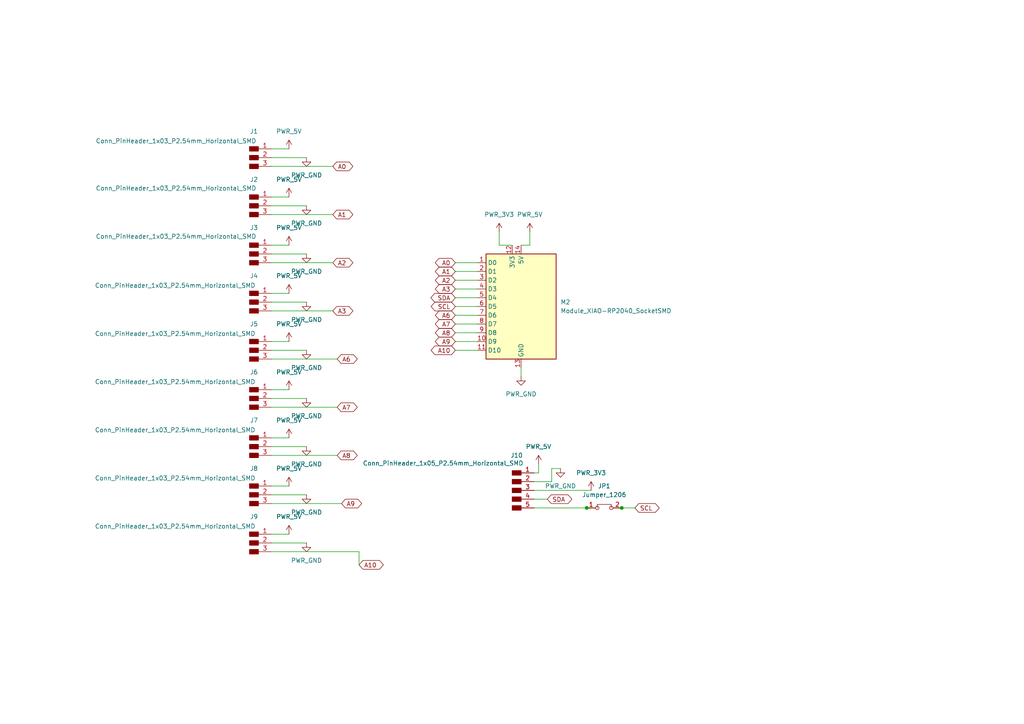
<source format=kicad_sch>
(kicad_sch (version 20231120) (generator "eeschema") (generator_version "8.0")
  (paper "A4")
  (lib_symbols
    (symbol "fab:Conn_PinHeader_1x03_P2.54mm_Horizontal_SMD" (pin_names hide)
      (property "Reference" "J" (at 0 5.08 0))
      (property "Value" "Conn_PinHeader_1x03_P2.54mm_Horizontal_SMD" (at 0 -5.08 0))
      (symbol "Conn_PinHeader_1x03_P2.54mm_Horizontal_SMD_1_1"
        (rectangle (start -1.27 -1.905) (end 1.27 -3.175) (stroke (width 0.254)) (fill (type outline)))
        (rectangle (start -1.27 0.635) (end 1.27 -0.635) (stroke (width 0.254)) (fill (type outline)))
        (rectangle (start -1.27 3.175) (end 1.27 1.905) (stroke (width 0.254)) (fill (type outline)))
        (pin passive line (at 5.08 2.54 180) (length 3.81) (name "Pin_1") (number "1"))
        (pin passive line (at 5.08 0 180) (length 3.81) (name "Pin_2") (number "2"))
        (pin passive line (at 5.08 -2.54 180) (length 3.81) (name "Pin_3") (number "3"))
      )
    )
    (symbol "fab:Conn_PinHeader_1x05_P2.54mm_Horizontal_SMD" (pin_names hide)
      (property "Reference" "J" (at 0 7.62 0))
      (property "Value" "Conn_PinHeader_1x05_P2.54mm_Horizontal_SMD" (at 0 -7.62 0))
      (symbol "Conn_PinHeader_1x05_P2.54mm_Horizontal_SMD_1_1"
        (rectangle (start -1.27 -4.445) (end 1.27 -5.715) (stroke (width 0.254)) (fill (type outline)))
        (rectangle (start -1.27 -1.905) (end 1.27 -3.175) (stroke (width 0.254)) (fill (type outline)))
        (rectangle (start -1.27 0.635) (end 1.27 -0.635) (stroke (width 0.254)) (fill (type outline)))
        (rectangle (start -1.27 3.175) (end 1.27 1.905) (stroke (width 0.254)) (fill (type outline)))
        (rectangle (start -1.27 5.715) (end 1.27 4.445) (stroke (width 0.254)) (fill (type outline)))
        (pin passive line (at 5.08 5.08 180) (length 3.81) (name "Pin_1") (number "1"))
        (pin passive line (at 5.08 2.54 180) (length 3.81) (name "Pin_2") (number "2"))
        (pin passive line (at 5.08 0 180) (length 3.81) (name "Pin_3") (number "3"))
        (pin passive line (at 5.08 -2.54 180) (length 3.81) (name "Pin_4") (number "4"))
        (pin passive line (at 5.08 -5.08 180) (length 3.81) (name "Pin_5") (number "5"))
      )
    )
    (symbol "fab:Jumper_1206" (pin_names (offset 0) hide)
      (property "Reference" "JP" (at 0 1.905 0))
      (property "Value" "Jumper_1206" (at 0 -2.54 0))
      (symbol "Jumper_1206_0_0"
        (circle (center -2.032 0) (radius 0.508))
        (circle (center 2.032 0) (radius 0.508))
      )
      (symbol "Jumper_1206_0_1"
        (polyline (pts (xy -2.032 0) (xy -2.032 1.016) (xy 2.032 1.016) (xy 2.032 0)))
      )
      (symbol "Jumper_1206_1_1"
        (pin passive line (at -5.08 0 0) (length 2.54) (name "A") (number "1"))
        (pin passive line (at 5.08 0 180) (length 2.54) (name "B") (number "2"))
      )
    )
    (symbol "fab:Module_XIAO-RP2040_SocketSMD"
      (property "Reference" "M" (at -10.16 16.51 0))
      (property "Value" "Module_XIAO-RP2040_SocketSMD" (at 1.27 16.51 0))
      (symbol "Module_XIAO-RP2040_SocketSMD_1_1"
        (rectangle (start -10.16 15.24) (end 10.16 -15.24) (stroke (width 0.254)) (fill (type background)))
        (pin bidirectional line (at -12.7 12.7 0) (length 2.54) (name "D0") (number "1"))
        (pin bidirectional line (at -12.7 -10.16 0) (length 2.54) (name "D9") (number "10"))
        (pin bidirectional line (at -12.7 -12.7 0) (length 2.54) (name "D10") (number "11"))
        (pin power_in line (at -2.54 17.78 270) (length 2.54) (name "3V3") (number "12"))
        (pin power_in line (at 0 -17.78 90) (length 2.54) (name "GND") (number "13"))
        (pin power_in line (at 0 17.78 270) (length 2.54) (name "5V") (number "14"))
        (pin bidirectional line (at -12.7 10.16 0) (length 2.54) (name "D1") (number "2"))
        (pin bidirectional line (at -12.7 7.62 0) (length 2.54) (name "D2") (number "3"))
        (pin bidirectional line (at -12.7 5.08 0) (length 2.54) (name "D3") (number "4"))
        (pin bidirectional line (at -12.7 2.54 0) (length 2.54) (name "D4") (number "5"))
        (pin bidirectional line (at -12.7 0 0) (length 2.54) (name "D5") (number "6"))
        (pin bidirectional line (at -12.7 -2.54 0) (length 2.54) (name "D6") (number "7"))
        (pin bidirectional line (at -12.7 -5.08 0) (length 2.54) (name "D7") (number "8"))
        (pin bidirectional line (at -12.7 -7.62 0) (length 2.54) (name "D8") (number "9"))
      )
    )
    (symbol "fab:PWR_3V3" (power) (pin_names (offset 0))
      (property "Value" "PWR_3V3" (at 0 3.556 0))
      (symbol "PWR_3V3_0_1"
        (polyline (pts (xy -0.762 1.27) (xy 0 2.54)))
        (polyline (pts (xy 0 0) (xy 0 2.54)))
        (polyline (pts (xy 0 2.54) (xy 0.762 1.27)))
      )
      (symbol "PWR_3V3_1_1"
        (pin power_in line (at 0 0 90) (length 0) hide (name "PWR_3V3") (number "1"))
      )
    )
    (symbol "fab:PWR_5V" (power) (pin_names (offset 0))
      (property "Value" "PWR_5V" (at 0 3.556 0))
      (symbol "PWR_5V_0_1"
        (polyline (pts (xy -0.762 1.27) (xy 0 2.54)))
        (polyline (pts (xy 0 0) (xy 0 2.54)))
        (polyline (pts (xy 0 2.54) (xy 0.762 1.27)))
      )
      (symbol "PWR_5V_1_1"
        (pin power_in line (at 0 0 90) (length 0) hide (name "PWR_5V") (number "1"))
      )
    )
    (symbol "fab:PWR_GND" (power) (pin_names (offset 0))
      (property "Value" "PWR_GND" (at 0 -3.81 0))
      (symbol "PWR_GND_0_1"
        (polyline (pts (xy 0 0) (xy 0 -1.27) (xy 1.27 -1.27) (xy 0 -2.54) (xy -1.27 -1.27) (xy 0 -1.27)))
      )
      (symbol "PWR_GND_1_1"
        (pin power_in line (at 0 0 270) (length 0) hide (name "PWR_GND") (number "1"))
      )
    )
  )
  (junction (at 180.34 147.32))
  (junction (at 170.18 147.32))
  (wire (pts (xy 144.78 67.31) (xy 144.78 71.12)))
  (wire (pts (xy 179.07 147.32) (xy 180.34 147.32)))
  (wire (pts (xy 96.52 48.26) (xy 78.74 48.26)))
  (wire (pts (xy 78.74 62.23) (xy 96.52 62.23)))
  (wire (pts (xy 153.67 67.31) (xy 153.67 71.12)))
  (wire (pts (xy 78.74 90.17) (xy 96.52 90.17)))
  (wire (pts (xy 132.08 99.06) (xy 138.43 99.06)))
  (wire (pts (xy 78.74 101.6) (xy 88.9 101.6)))
  (wire (pts (xy 78.74 154.94) (xy 83.82 154.94)))
  (wire (pts (xy 78.74 57.15) (xy 83.82 57.15)))
  (wire (pts (xy 151.13 106.68) (xy 151.13 109.22)))
  (wire (pts (xy 78.74 113.03) (xy 83.82 113.03)))
  (wire (pts (xy 132.08 88.9) (xy 138.43 88.9)))
  (wire (pts (xy 78.74 85.09) (xy 83.82 85.09)))
  (wire (pts (xy 151.13 71.12) (xy 153.67 71.12)))
  (wire (pts (xy 78.74 160.02) (xy 104.14 160.02)))
  (wire (pts (xy 78.74 45.72) (xy 88.9 45.72)))
  (wire (pts (xy 132.08 76.2) (xy 138.43 76.2)))
  (wire (pts (xy 144.78 71.12) (xy 148.59 71.12)))
  (wire (pts (xy 78.74 99.06) (xy 83.82 99.06)))
  (wire (pts (xy 78.74 115.57) (xy 88.9 115.57)))
  (wire (pts (xy 132.08 83.82) (xy 138.43 83.82)))
  (wire (pts (xy 132.08 78.74) (xy 138.43 78.74)))
  (wire (pts (xy 78.74 76.2) (xy 96.52 76.2)))
  (wire (pts (xy 154.94 147.32) (xy 170.18 147.32)))
  (wire (pts (xy 156.21 134.62) (xy 156.21 137.16)))
  (wire (pts (xy 78.74 104.14) (xy 97.79 104.14)))
  (wire (pts (xy 78.74 73.66) (xy 88.9 73.66)))
  (wire (pts (xy 132.08 101.6) (xy 138.43 101.6)))
  (wire (pts (xy 78.74 59.69) (xy 88.9 59.69)))
  (wire (pts (xy 78.74 43.18) (xy 83.82 43.18)))
  (wire (pts (xy 78.74 118.11) (xy 97.79 118.11)))
  (wire (pts (xy 180.34 147.32) (xy 184.15 147.32)))
  (wire (pts (xy 154.94 142.24) (xy 171.45 142.24)))
  (wire (pts (xy 78.74 157.48) (xy 88.9 157.48)))
  (wire (pts (xy 132.08 93.98) (xy 138.43 93.98)))
  (wire (pts (xy 78.74 132.08) (xy 97.79 132.08)))
  (wire (pts (xy 160.02 135.89) (xy 162.56 135.89)))
  (wire (pts (xy 78.74 140.97) (xy 83.82 140.97)))
  (wire (pts (xy 78.74 127) (xy 83.82 127)))
  (wire (pts (xy 132.08 96.52) (xy 138.43 96.52)))
  (wire (pts (xy 154.94 139.7) (xy 160.02 139.7)))
  (wire (pts (xy 104.14 160.02) (xy 104.14 163.83)))
  (wire (pts (xy 132.08 81.28) (xy 138.43 81.28)))
  (wire (pts (xy 132.08 86.36) (xy 138.43 86.36)))
  (wire (pts (xy 78.74 87.63) (xy 88.9 87.63)))
  (wire (pts (xy 170.18 147.32) (xy 171.45 147.32)))
  (wire (pts (xy 78.74 143.51) (xy 88.9 143.51)))
  (wire (pts (xy 78.74 71.12) (xy 83.82 71.12)))
  (wire (pts (xy 160.02 139.7) (xy 160.02 135.89)))
  (wire (pts (xy 154.94 144.78) (xy 158.75 144.78)))
  (wire (pts (xy 78.74 146.05) (xy 99.06 146.05)))
  (wire (pts (xy 132.08 91.44) (xy 138.43 91.44)))
  (wire (pts (xy 156.21 137.16) (xy 154.94 137.16)))
  (wire (pts (xy 78.74 129.54) (xy 88.9 129.54)))
  (global_label "A10" (shape bidirectional) (at 104.14 163.83 0) (property "Intersheetrefs" "${INTERSHEET_REFS}" (effects (hide yes))))
  (global_label "A1" (shape bidirectional) (at 96.52 62.23 0) (property "Intersheetrefs" "${INTERSHEET_REFS}" (effects (hide yes))))
  (global_label "A8" (shape bidirectional) (at 97.79 132.08 0) (property "Intersheetrefs" "${INTERSHEET_REFS}" (effects (hide yes))))
  (global_label "A8" (shape bidirectional) (at 132.08 96.52 180) (property "Intersheetrefs" "${INTERSHEET_REFS}" (effects (hide yes))))
  (global_label "A7" (shape bidirectional) (at 97.79 118.11 0) (property "Intersheetrefs" "${INTERSHEET_REFS}" (effects (hide yes))))
  (global_label "A10" (shape bidirectional) (at 132.08 101.6 180) (property "Intersheetrefs" "${INTERSHEET_REFS}" (effects (hide yes))))
  (global_label "A7" (shape bidirectional) (at 132.08 93.98 180) (property "Intersheetrefs" "${INTERSHEET_REFS}" (effects (hide yes))))
  (global_label "A9" (shape bidirectional) (at 132.08 99.06 180) (property "Intersheetrefs" "${INTERSHEET_REFS}" (effects (hide yes))))
  (global_label "SCL" (shape bidirectional) (at 184.15 147.32 0) (property "Intersheetrefs" "${INTERSHEET_REFS}" (effects (hide yes))))
  (global_label "A1" (shape bidirectional) (at 132.08 78.74 180) (property "Intersheetrefs" "${INTERSHEET_REFS}" (effects (hide yes))))
  (global_label "A3" (shape bidirectional) (at 96.52 90.17 0) (property "Intersheetrefs" "${INTERSHEET_REFS}" (effects (hide yes))))
  (global_label "A0" (shape bidirectional) (at 96.52 48.26 0) (property "Intersheetrefs" "${INTERSHEET_REFS}" (effects (hide yes))))
  (global_label "A2" (shape bidirectional) (at 132.08 81.28 180) (property "Intersheetrefs" "${INTERSHEET_REFS}" (effects (hide yes))))
  (global_label "A9" (shape bidirectional) (at 99.06 146.05 0) (property "Intersheetrefs" "${INTERSHEET_REFS}" (effects (hide yes))))
  (global_label "A6" (shape bidirectional) (at 132.08 91.44 180) (property "Intersheetrefs" "${INTERSHEET_REFS}" (effects (hide yes))))
  (global_label "A3" (shape bidirectional) (at 132.08 83.82 180) (property "Intersheetrefs" "${INTERSHEET_REFS}" (effects (hide yes))))
  (global_label "SDA" (shape bidirectional) (at 132.08 86.36 180) (property "Intersheetrefs" "${INTERSHEET_REFS}" (effects (hide yes))))
  (global_label "A6" (shape bidirectional) (at 97.79 104.14 0) (property "Intersheetrefs" "${INTERSHEET_REFS}" (effects (hide yes))))
  (global_label "SCL" (shape bidirectional) (at 132.08 88.9 180) (property "Intersheetrefs" "${INTERSHEET_REFS}" (effects (hide yes))))
  (global_label "A0" (shape bidirectional) (at 132.08 76.2 180) (property "Intersheetrefs" "${INTERSHEET_REFS}" (effects (hide yes))))
  (global_label "A2" (shape bidirectional) (at 96.52 76.2 0) (property "Intersheetrefs" "${INTERSHEET_REFS}" (effects (hide yes))))
  (global_label "SDA" (shape bidirectional) (at 158.75 144.78 0) (property "Intersheetrefs" "${INTERSHEET_REFS}" (effects (hide yes))))
  (symbol (lib_id "fab:PWR_5V") (at 83.82 57.15 0) (unit 1)
    (property "Reference" "#PWR05" (effects (hide yes)))
    (property "Value" "PWR_5V" (at 83.82 52.07 0))
    (property "Description" "Power symbol creates a global label with name \"+5V\"" (effects (hide yes)))
  )
  (symbol (lib_id "fab:PWR_GND") (at 151.13 109.22 0) (unit 1)
    (property "Reference" "#PWR01" (effects (hide yes)))
    (property "Value" "PWR_GND" (at 151.13 114.3 0))
    (property "Description" "Power symbol creates a global label with name \"GND\" , ground" (effects (hide yes)))
  )
  (symbol (lib_id "fab:PWR_GND") (at 88.9 101.6 0) (unit 1)
    (property "Reference" "#PWR019" (effects (hide yes)))
    (property "Value" "PWR_GND" (at 88.9 106.68 0))
    (property "Description" "Power symbol creates a global label with name \"GND\" , ground" (effects (hide yes)))
  )
  (symbol (lib_id "fab:Conn_PinHeader_1x03_P2.54mm_Horizontal_SMD") (at 73.66 129.54 0) (unit 1)
    (property "Reference" "J7" (at 73.66 121.92 0))
    (property "Value" "Conn_PinHeader_1x03_P2.54mm_Horizontal_SMD" (at 50.8 124.714 0))
    (property "Footprint" "fab:PinHeader_1x03_P2.54mm_Horizontal_SMD" (effects (hide yes)))
    (property "Description" "Male connector, single row" (effects (hide yes)))
  )
  (symbol (lib_id "fab:PWR_GND") (at 88.9 87.63 0) (unit 1)
    (property "Reference" "#PWR021" (effects (hide yes)))
    (property "Value" "PWR_GND" (at 88.9 92.71 0))
    (property "Description" "Power symbol creates a global label with name \"GND\" , ground" (effects (hide yes)))
  )
  (symbol (lib_id "fab:Conn_PinHeader_1x03_P2.54mm_Horizontal_SMD") (at 73.66 157.48 0) (unit 1)
    (property "Reference" "J9" (at 73.66 149.86 0))
    (property "Value" "Conn_PinHeader_1x03_P2.54mm_Horizontal_SMD" (at 50.8 152.654 0))
    (property "Footprint" "fab:PinHeader_1x03_P2.54mm_Horizontal_SMD" (effects (hide yes)))
    (property "Description" "Male connector, single row" (effects (hide yes)))
  )
  (symbol (lib_id "fab:PWR_GND") (at 88.9 59.69 0) (unit 1)
    (property "Reference" "#PWR023" (effects (hide yes)))
    (property "Value" "PWR_GND" (at 88.9 64.77 0))
    (property "Description" "Power symbol creates a global label with name \"GND\" , ground" (effects (hide yes)))
  )
  (symbol (lib_id "fab:PWR_5V") (at 83.82 99.06 0) (unit 1)
    (property "Reference" "#PWR08" (effects (hide yes)))
    (property "Value" "PWR_5V" (at 83.82 93.98 0))
    (property "Description" "Power symbol creates a global label with name \"+5V\"" (effects (hide yes)))
  )
  (symbol (lib_id "fab:PWR_5V") (at 83.82 85.09 0) (unit 1)
    (property "Reference" "#PWR07" (effects (hide yes)))
    (property "Value" "PWR_5V" (at 83.82 80.01 0))
    (property "Description" "Power symbol creates a global label with name \"+5V\"" (effects (hide yes)))
  )
  (symbol (lib_id "fab:Conn_PinHeader_1x05_P2.54mm_Horizontal_SMD") (at 149.86 142.24 0) (unit 1)
    (property "Reference" "J10" (at 149.86 132.08 0))
    (property "Value" "Conn_PinHeader_1x05_P2.54mm_Horizontal_SMD" (at 128.524 134.366 0))
    (property "Footprint" "fab:PinHeader_1x05_P2.54mm_Horizontal_SMD" (effects (hide yes)))
    (property "Description" "Male connector, single row" (effects (hide yes)))
  )
  (symbol (lib_id "fab:Conn_PinHeader_1x03_P2.54mm_Horizontal_SMD") (at 73.66 115.57 0) (unit 1)
    (property "Reference" "J6" (at 73.66 107.95 0))
    (property "Value" "Conn_PinHeader_1x03_P2.54mm_Horizontal_SMD" (at 50.8 110.744 0))
    (property "Footprint" "fab:PinHeader_1x03_P2.54mm_Horizontal_SMD" (effects (hide yes)))
    (property "Description" "Male connector, single row" (effects (hide yes)))
  )
  (symbol (lib_id "fab:Module_XIAO-RP2040_SocketSMD") (at 151.13 88.9 0) (unit 1)
    (property "Reference" "M2" (at 162.56 87.6299 0) (effects (justify left)))
    (property "Value" "Module_XIAO-RP2040_SocketSMD" (at 162.56 90.1699 0) (effects (justify left)))
    (property "Footprint" "fab:SeeedStudio_XIAO_SocketSMD" (effects (hide yes)))
    (property "Datasheet" "https://wiki.seeedstudio.com/XIAO-RP2040/" (effects (hide yes)))
    (property "Description" "RP2040 XIAO RP2040 - ARM® Cortex®-M0+ MCU 32-Bit Embedded Evaluation Board SMD Socket (Female Header)" (effects (hide yes)))
  )
  (symbol (lib_id "fab:PWR_3V3") (at 171.45 142.24 0) (unit 1)
    (property "Reference" "#PWR015" (effects (hide yes)))
    (property "Value" "PWR_3V3" (at 171.45 137.16 0))
    (property "Description" "Power symbol creates a global label with name \"+3V3\"" (effects (hide yes)))
  )
  (symbol (lib_id "fab:PWR_GND") (at 88.9 73.66 0) (unit 1)
    (property "Reference" "#PWR022" (effects (hide yes)))
    (property "Value" "PWR_GND" (at 88.9 78.74 0))
    (property "Description" "Power symbol creates a global label with name \"GND\" , ground" (effects (hide yes)))
  )
  (symbol (lib_id "fab:Jumper_1206") (at 175.26 147.32 0) (unit 1)
    (property "Reference" "JP1" (at 175.26 140.97 0))
    (property "Value" "Jumper_1206" (at 175.26 143.51 0))
    (property "Footprint" "fab:Jumper_1206" (effects (hide yes)))
    (property "Description" "Jumper based on 0 Ohm 1206 resistor" (effects (hide yes)))
  )
  (symbol (lib_id "fab:Conn_PinHeader_1x03_P2.54mm_Horizontal_SMD") (at 73.66 101.6 0) (unit 1)
    (property "Reference" "J5" (at 73.66 93.98 0))
    (property "Value" "Conn_PinHeader_1x03_P2.54mm_Horizontal_SMD" (at 50.8 96.774 0))
    (property "Footprint" "fab:PinHeader_1x03_P2.54mm_Horizontal_SMD" (effects (hide yes)))
    (property "Description" "Male connector, single row" (effects (hide yes)))
  )
  (symbol (lib_id "fab:PWR_GND") (at 162.56 135.89 0) (unit 1)
    (property "Reference" "#PWR016" (effects (hide yes)))
    (property "Value" "PWR_GND" (at 162.56 140.97 0))
    (property "Description" "Power symbol creates a global label with name \"GND\" , ground" (effects (hide yes)))
  )
  (symbol (lib_id "fab:Conn_PinHeader_1x03_P2.54mm_Horizontal_SMD") (at 73.66 73.66 0) (unit 1)
    (property "Reference" "J3" (at 73.66 66.04 0))
    (property "Value" "Conn_PinHeader_1x03_P2.54mm_Horizontal_SMD" (at 51.054 68.58 0))
    (property "Footprint" "fab:PinHeader_1x03_P2.54mm_Horizontal_SMD" (effects (hide yes)))
    (property "Description" "Male connector, single row" (effects (hide yes)))
  )
  (symbol (lib_id "fab:PWR_5V") (at 156.21 134.62 0) (unit 1)
    (property "Reference" "#PWR014" (effects (hide yes)))
    (property "Value" "PWR_5V" (at 156.21 129.54 0))
    (property "Description" "Power symbol creates a global label with name \"+5V\"" (effects (hide yes)))
  )
  (symbol (lib_id "fab:PWR_GND") (at 88.9 143.51 0) (unit 1)
    (property "Reference" "#PWR011" (effects (hide yes)))
    (property "Value" "PWR_GND" (at 88.9 148.59 0))
    (property "Description" "Power symbol creates a global label with name \"GND\" , ground" (effects (hide yes)))
  )
  (symbol (lib_id "fab:PWR_5V") (at 153.67 67.31 0) (unit 1)
    (property "Reference" "#PWR02" (effects (hide yes)))
    (property "Value" "PWR_5V" (at 153.67 62.23 0))
    (property "Description" "Power symbol creates a global label with name \"+5V\"" (effects (hide yes)))
  )
  (symbol (lib_id "fab:PWR_5V") (at 83.82 154.94 0) (unit 1)
    (property "Reference" "#PWR013" (effects (hide yes)))
    (property "Value" "PWR_5V" (at 83.82 149.86 0))
    (property "Description" "Power symbol creates a global label with name \"+5V\"" (effects (hide yes)))
  )
  (symbol (lib_id "fab:PWR_5V") (at 83.82 113.03 0) (unit 1)
    (property "Reference" "#PWR09" (effects (hide yes)))
    (property "Value" "PWR_5V" (at 83.82 107.95 0))
    (property "Description" "Power symbol creates a global label with name \"+5V\"" (effects (hide yes)))
  )
  (symbol (lib_id "fab:PWR_5V") (at 83.82 43.18 0) (unit 1)
    (property "Reference" "#PWR04" (effects (hide yes)))
    (property "Value" "PWR_5V" (at 83.82 38.1 0))
    (property "Description" "Power symbol creates a global label with name \"+5V\"" (effects (hide yes)))
  )
  (symbol (lib_id "fab:PWR_GND") (at 88.9 115.57 0) (unit 1)
    (property "Reference" "#PWR018" (effects (hide yes)))
    (property "Value" "PWR_GND" (at 88.9 120.65 0))
    (property "Description" "Power symbol creates a global label with name \"GND\" , ground" (effects (hide yes)))
  )
  (symbol (lib_id "fab:Conn_PinHeader_1x03_P2.54mm_Horizontal_SMD") (at 73.66 45.72 0) (unit 1)
    (property "Reference" "J1" (at 73.66 38.1 0))
    (property "Value" "Conn_PinHeader_1x03_P2.54mm_Horizontal_SMD" (at 51.054 40.894 0))
    (property "Footprint" "fab:PinHeader_1x03_P2.54mm_Horizontal_SMD" (effects (hide yes)))
    (property "Description" "Male connector, single row" (effects (hide yes)))
  )
  (symbol (lib_id "fab:Conn_PinHeader_1x03_P2.54mm_Horizontal_SMD") (at 73.66 59.69 0) (unit 1)
    (property "Reference" "J2" (at 73.66 52.07 0))
    (property "Value" "Conn_PinHeader_1x03_P2.54mm_Horizontal_SMD" (at 51.054 54.61 0))
    (property "Footprint" "fab:PinHeader_1x03_P2.54mm_Horizontal_SMD" (effects (hide yes)))
    (property "Description" "Male connector, single row" (effects (hide yes)))
  )
  (symbol (lib_id "fab:PWR_GND") (at 88.9 157.48 0) (unit 1)
    (property "Reference" "#PWR017" (effects (hide yes)))
    (property "Value" "PWR_GND" (at 88.9 162.56 0))
    (property "Description" "Power symbol creates a global label with name \"GND\" , ground" (effects (hide yes)))
  )
  (symbol (lib_id "fab:PWR_GND") (at 88.9 45.72 0) (unit 1)
    (property "Reference" "#PWR024" (effects (hide yes)))
    (property "Value" "PWR_GND" (at 88.9 50.8 0))
    (property "Description" "Power symbol creates a global label with name \"GND\" , ground" (effects (hide yes)))
  )
  (symbol (lib_id "fab:PWR_GND") (at 88.9 129.54 0) (unit 1)
    (property "Reference" "#PWR020" (effects (hide yes)))
    (property "Value" "PWR_GND" (at 88.9 134.62 0))
    (property "Description" "Power symbol creates a global label with name \"GND\" , ground" (effects (hide yes)))
  )
  (symbol (lib_id "fab:PWR_5V") (at 83.82 140.97 0) (unit 1)
    (property "Reference" "#PWR012" (effects (hide yes)))
    (property "Value" "PWR_5V" (at 83.82 135.89 0))
    (property "Description" "Power symbol creates a global label with name \"+5V\"" (effects (hide yes)))
  )
  (symbol (lib_id "fab:PWR_5V") (at 83.82 127 0) (unit 1)
    (property "Reference" "#PWR010" (effects (hide yes)))
    (property "Value" "PWR_5V" (at 83.82 121.92 0))
    (property "Description" "Power symbol creates a global label with name \"+5V\"" (effects (hide yes)))
  )
  (symbol (lib_id "fab:PWR_3V3") (at 144.78 67.31 0) (unit 1)
    (property "Reference" "#PWR03" (effects (hide yes)))
    (property "Value" "PWR_3V3" (at 144.78 62.23 0))
    (property "Description" "Power symbol creates a global label with name \"+3V3\"" (effects (hide yes)))
  )
  (symbol (lib_id "fab:Conn_PinHeader_1x03_P2.54mm_Horizontal_SMD") (at 73.66 87.63 0) (unit 1)
    (property "Reference" "J4" (at 73.66 80.01 0))
    (property "Value" "Conn_PinHeader_1x03_P2.54mm_Horizontal_SMD" (at 50.8 82.804 0))
    (property "Footprint" "fab:PinHeader_1x03_P2.54mm_Horizontal_SMD" (effects (hide yes)))
    (property "Description" "Male connector, single row" (effects (hide yes)))
  )
  (symbol (lib_id "fab:PWR_5V") (at 83.82 71.12 0) (unit 1)
    (property "Reference" "#PWR06" (effects (hide yes)))
    (property "Value" "PWR_5V" (at 83.82 66.04 0))
    (property "Description" "Power symbol creates a global label with name \"+5V\"" (effects (hide yes)))
  )
  (symbol (lib_id "fab:Conn_PinHeader_1x03_P2.54mm_Horizontal_SMD") (at 73.66 143.51 0) (unit 1)
    (property "Reference" "J8" (at 73.66 135.89 0))
    (property "Value" "Conn_PinHeader_1x03_P2.54mm_Horizontal_SMD" (at 50.8 138.684 0))
    (property "Footprint" "fab:PinHeader_1x03_P2.54mm_Horizontal_SMD" (effects (hide yes)))
    (property "Description" "Male connector, single row" (effects (hide yes)))
  )
)
</source>
